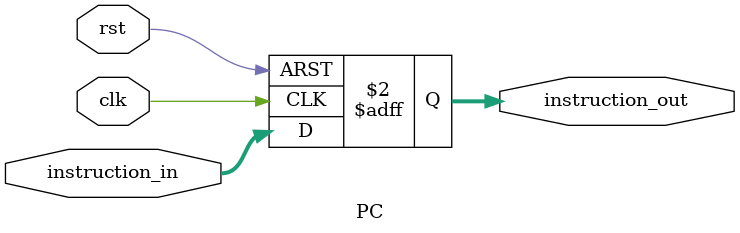
<source format=v>
`timescale 1ns / 1ps

module PC(
    input clk,
    input rst,
    input [31:0] instruction_in,
    output reg [31:0] instruction_out);

    always @(posedge clk, posedge rst) begin
        if(rst)
            instruction_out<=32'b0; //复位信号来临时，指令地址赋初值为32'b0
        else
            instruction_out<=instruction_in; //时钟信号来临时，将NPC传入的值传出
    end    

endmodule

</source>
